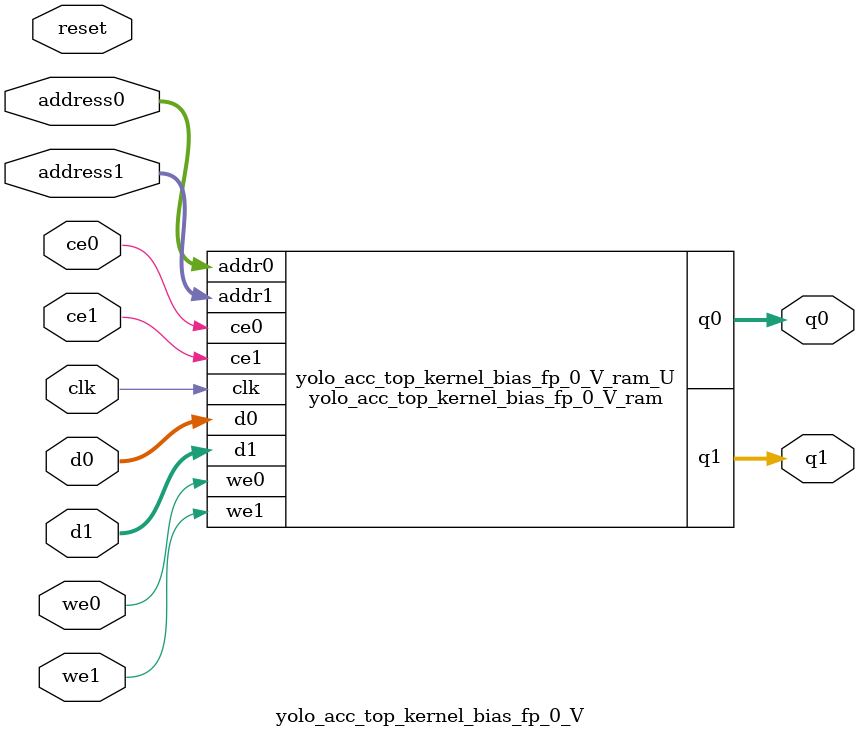
<source format=v>
`timescale 1 ns / 1 ps
module yolo_acc_top_kernel_bias_fp_0_V_ram (addr0, ce0, d0, we0, q0, addr1, ce1, d1, we1, q1,  clk);

parameter DWIDTH = 16;
parameter AWIDTH = 4;
parameter MEM_SIZE = 16;

input[AWIDTH-1:0] addr0;
input ce0;
input[DWIDTH-1:0] d0;
input we0;
output reg[DWIDTH-1:0] q0;
input[AWIDTH-1:0] addr1;
input ce1;
input[DWIDTH-1:0] d1;
input we1;
output reg[DWIDTH-1:0] q1;
input clk;

(* ram_style = "block" *)reg [DWIDTH-1:0] ram[0:MEM_SIZE-1];




always @(posedge clk)  
begin 
    if (ce0) 
    begin
        if (we0) 
        begin 
            ram[addr0] <= d0; 
        end 
        q0 <= ram[addr0];
    end
end


always @(posedge clk)  
begin 
    if (ce1) 
    begin
        if (we1) 
        begin 
            ram[addr1] <= d1; 
        end 
        q1 <= ram[addr1];
    end
end


endmodule

`timescale 1 ns / 1 ps
module yolo_acc_top_kernel_bias_fp_0_V(
    reset,
    clk,
    address0,
    ce0,
    we0,
    d0,
    q0,
    address1,
    ce1,
    we1,
    d1,
    q1);

parameter DataWidth = 32'd16;
parameter AddressRange = 32'd16;
parameter AddressWidth = 32'd4;
input reset;
input clk;
input[AddressWidth - 1:0] address0;
input ce0;
input we0;
input[DataWidth - 1:0] d0;
output[DataWidth - 1:0] q0;
input[AddressWidth - 1:0] address1;
input ce1;
input we1;
input[DataWidth - 1:0] d1;
output[DataWidth - 1:0] q1;



yolo_acc_top_kernel_bias_fp_0_V_ram yolo_acc_top_kernel_bias_fp_0_V_ram_U(
    .clk( clk ),
    .addr0( address0 ),
    .ce0( ce0 ),
    .we0( we0 ),
    .d0( d0 ),
    .q0( q0 ),
    .addr1( address1 ),
    .ce1( ce1 ),
    .we1( we1 ),
    .d1( d1 ),
    .q1( q1 ));

endmodule


</source>
